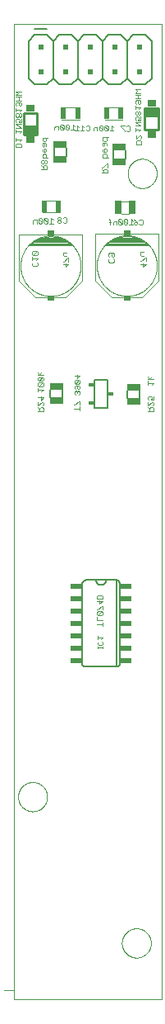
<source format=gbo>
G75*
%MOIN*%
%OFA0B0*%
%FSLAX25Y25*%
%IPPOS*%
%LPD*%
%AMOC8*
5,1,8,0,0,1.08239X$1,22.5*
%
%ADD10C,0.00000*%
%ADD11C,0.00400*%
%ADD12R,0.02756X0.02362*%
%ADD13C,0.00200*%
%ADD14R,0.01969X0.05118*%
%ADD15R,0.02953X0.05709*%
%ADD16C,0.01000*%
%ADD17R,0.03346X0.02953*%
%ADD18R,0.05315X0.03543*%
%ADD19C,0.00600*%
%ADD20R,0.04500X0.02000*%
%ADD21C,0.00300*%
%ADD22C,0.00800*%
%ADD23R,0.02000X0.02000*%
%ADD24R,0.05512X0.02559*%
%ADD25C,0.00500*%
%ADD26R,0.02300X0.01800*%
D10*
X0065737Y0017548D02*
X0069674Y0017548D01*
X0069713Y0013611D02*
X0069713Y0407312D01*
X0129713Y0407312D01*
X0129713Y0013611D01*
X0069713Y0013611D01*
X0071485Y0095501D02*
X0071487Y0095654D01*
X0071493Y0095808D01*
X0071503Y0095961D01*
X0071517Y0096113D01*
X0071535Y0096266D01*
X0071557Y0096417D01*
X0071582Y0096568D01*
X0071612Y0096719D01*
X0071646Y0096869D01*
X0071683Y0097017D01*
X0071724Y0097165D01*
X0071769Y0097311D01*
X0071818Y0097457D01*
X0071871Y0097601D01*
X0071927Y0097743D01*
X0071987Y0097884D01*
X0072051Y0098024D01*
X0072118Y0098162D01*
X0072189Y0098298D01*
X0072264Y0098432D01*
X0072341Y0098564D01*
X0072423Y0098694D01*
X0072507Y0098822D01*
X0072595Y0098948D01*
X0072686Y0099071D01*
X0072780Y0099192D01*
X0072878Y0099310D01*
X0072978Y0099426D01*
X0073082Y0099539D01*
X0073188Y0099650D01*
X0073297Y0099758D01*
X0073409Y0099863D01*
X0073523Y0099964D01*
X0073641Y0100063D01*
X0073760Y0100159D01*
X0073882Y0100252D01*
X0074007Y0100341D01*
X0074134Y0100428D01*
X0074263Y0100510D01*
X0074394Y0100590D01*
X0074527Y0100666D01*
X0074662Y0100739D01*
X0074799Y0100808D01*
X0074938Y0100873D01*
X0075078Y0100935D01*
X0075220Y0100993D01*
X0075363Y0101048D01*
X0075508Y0101099D01*
X0075654Y0101146D01*
X0075801Y0101189D01*
X0075949Y0101228D01*
X0076098Y0101264D01*
X0076248Y0101295D01*
X0076399Y0101323D01*
X0076550Y0101347D01*
X0076703Y0101367D01*
X0076855Y0101383D01*
X0077008Y0101395D01*
X0077161Y0101403D01*
X0077314Y0101407D01*
X0077468Y0101407D01*
X0077621Y0101403D01*
X0077774Y0101395D01*
X0077927Y0101383D01*
X0078079Y0101367D01*
X0078232Y0101347D01*
X0078383Y0101323D01*
X0078534Y0101295D01*
X0078684Y0101264D01*
X0078833Y0101228D01*
X0078981Y0101189D01*
X0079128Y0101146D01*
X0079274Y0101099D01*
X0079419Y0101048D01*
X0079562Y0100993D01*
X0079704Y0100935D01*
X0079844Y0100873D01*
X0079983Y0100808D01*
X0080120Y0100739D01*
X0080255Y0100666D01*
X0080388Y0100590D01*
X0080519Y0100510D01*
X0080648Y0100428D01*
X0080775Y0100341D01*
X0080900Y0100252D01*
X0081022Y0100159D01*
X0081141Y0100063D01*
X0081259Y0099964D01*
X0081373Y0099863D01*
X0081485Y0099758D01*
X0081594Y0099650D01*
X0081700Y0099539D01*
X0081804Y0099426D01*
X0081904Y0099310D01*
X0082002Y0099192D01*
X0082096Y0099071D01*
X0082187Y0098948D01*
X0082275Y0098822D01*
X0082359Y0098694D01*
X0082441Y0098564D01*
X0082518Y0098432D01*
X0082593Y0098298D01*
X0082664Y0098162D01*
X0082731Y0098024D01*
X0082795Y0097884D01*
X0082855Y0097743D01*
X0082911Y0097601D01*
X0082964Y0097457D01*
X0083013Y0097311D01*
X0083058Y0097165D01*
X0083099Y0097017D01*
X0083136Y0096869D01*
X0083170Y0096719D01*
X0083200Y0096568D01*
X0083225Y0096417D01*
X0083247Y0096266D01*
X0083265Y0096113D01*
X0083279Y0095961D01*
X0083289Y0095808D01*
X0083295Y0095654D01*
X0083297Y0095501D01*
X0083295Y0095348D01*
X0083289Y0095194D01*
X0083279Y0095041D01*
X0083265Y0094889D01*
X0083247Y0094736D01*
X0083225Y0094585D01*
X0083200Y0094434D01*
X0083170Y0094283D01*
X0083136Y0094133D01*
X0083099Y0093985D01*
X0083058Y0093837D01*
X0083013Y0093691D01*
X0082964Y0093545D01*
X0082911Y0093401D01*
X0082855Y0093259D01*
X0082795Y0093118D01*
X0082731Y0092978D01*
X0082664Y0092840D01*
X0082593Y0092704D01*
X0082518Y0092570D01*
X0082441Y0092438D01*
X0082359Y0092308D01*
X0082275Y0092180D01*
X0082187Y0092054D01*
X0082096Y0091931D01*
X0082002Y0091810D01*
X0081904Y0091692D01*
X0081804Y0091576D01*
X0081700Y0091463D01*
X0081594Y0091352D01*
X0081485Y0091244D01*
X0081373Y0091139D01*
X0081259Y0091038D01*
X0081141Y0090939D01*
X0081022Y0090843D01*
X0080900Y0090750D01*
X0080775Y0090661D01*
X0080648Y0090574D01*
X0080519Y0090492D01*
X0080388Y0090412D01*
X0080255Y0090336D01*
X0080120Y0090263D01*
X0079983Y0090194D01*
X0079844Y0090129D01*
X0079704Y0090067D01*
X0079562Y0090009D01*
X0079419Y0089954D01*
X0079274Y0089903D01*
X0079128Y0089856D01*
X0078981Y0089813D01*
X0078833Y0089774D01*
X0078684Y0089738D01*
X0078534Y0089707D01*
X0078383Y0089679D01*
X0078232Y0089655D01*
X0078079Y0089635D01*
X0077927Y0089619D01*
X0077774Y0089607D01*
X0077621Y0089599D01*
X0077468Y0089595D01*
X0077314Y0089595D01*
X0077161Y0089599D01*
X0077008Y0089607D01*
X0076855Y0089619D01*
X0076703Y0089635D01*
X0076550Y0089655D01*
X0076399Y0089679D01*
X0076248Y0089707D01*
X0076098Y0089738D01*
X0075949Y0089774D01*
X0075801Y0089813D01*
X0075654Y0089856D01*
X0075508Y0089903D01*
X0075363Y0089954D01*
X0075220Y0090009D01*
X0075078Y0090067D01*
X0074938Y0090129D01*
X0074799Y0090194D01*
X0074662Y0090263D01*
X0074527Y0090336D01*
X0074394Y0090412D01*
X0074263Y0090492D01*
X0074134Y0090574D01*
X0074007Y0090661D01*
X0073882Y0090750D01*
X0073760Y0090843D01*
X0073641Y0090939D01*
X0073523Y0091038D01*
X0073409Y0091139D01*
X0073297Y0091244D01*
X0073188Y0091352D01*
X0073082Y0091463D01*
X0072978Y0091576D01*
X0072878Y0091692D01*
X0072780Y0091810D01*
X0072686Y0091931D01*
X0072595Y0092054D01*
X0072507Y0092180D01*
X0072423Y0092308D01*
X0072341Y0092438D01*
X0072264Y0092570D01*
X0072189Y0092704D01*
X0072118Y0092840D01*
X0072051Y0092978D01*
X0071987Y0093118D01*
X0071927Y0093259D01*
X0071871Y0093401D01*
X0071818Y0093545D01*
X0071769Y0093691D01*
X0071724Y0093837D01*
X0071683Y0093985D01*
X0071646Y0094133D01*
X0071612Y0094283D01*
X0071582Y0094434D01*
X0071557Y0094585D01*
X0071535Y0094736D01*
X0071517Y0094889D01*
X0071503Y0095041D01*
X0071493Y0095194D01*
X0071487Y0095348D01*
X0071485Y0095501D01*
X0113611Y0036446D02*
X0113613Y0036599D01*
X0113619Y0036753D01*
X0113629Y0036906D01*
X0113643Y0037058D01*
X0113661Y0037211D01*
X0113683Y0037362D01*
X0113708Y0037513D01*
X0113738Y0037664D01*
X0113772Y0037814D01*
X0113809Y0037962D01*
X0113850Y0038110D01*
X0113895Y0038256D01*
X0113944Y0038402D01*
X0113997Y0038546D01*
X0114053Y0038688D01*
X0114113Y0038829D01*
X0114177Y0038969D01*
X0114244Y0039107D01*
X0114315Y0039243D01*
X0114390Y0039377D01*
X0114467Y0039509D01*
X0114549Y0039639D01*
X0114633Y0039767D01*
X0114721Y0039893D01*
X0114812Y0040016D01*
X0114906Y0040137D01*
X0115004Y0040255D01*
X0115104Y0040371D01*
X0115208Y0040484D01*
X0115314Y0040595D01*
X0115423Y0040703D01*
X0115535Y0040808D01*
X0115649Y0040909D01*
X0115767Y0041008D01*
X0115886Y0041104D01*
X0116008Y0041197D01*
X0116133Y0041286D01*
X0116260Y0041373D01*
X0116389Y0041455D01*
X0116520Y0041535D01*
X0116653Y0041611D01*
X0116788Y0041684D01*
X0116925Y0041753D01*
X0117064Y0041818D01*
X0117204Y0041880D01*
X0117346Y0041938D01*
X0117489Y0041993D01*
X0117634Y0042044D01*
X0117780Y0042091D01*
X0117927Y0042134D01*
X0118075Y0042173D01*
X0118224Y0042209D01*
X0118374Y0042240D01*
X0118525Y0042268D01*
X0118676Y0042292D01*
X0118829Y0042312D01*
X0118981Y0042328D01*
X0119134Y0042340D01*
X0119287Y0042348D01*
X0119440Y0042352D01*
X0119594Y0042352D01*
X0119747Y0042348D01*
X0119900Y0042340D01*
X0120053Y0042328D01*
X0120205Y0042312D01*
X0120358Y0042292D01*
X0120509Y0042268D01*
X0120660Y0042240D01*
X0120810Y0042209D01*
X0120959Y0042173D01*
X0121107Y0042134D01*
X0121254Y0042091D01*
X0121400Y0042044D01*
X0121545Y0041993D01*
X0121688Y0041938D01*
X0121830Y0041880D01*
X0121970Y0041818D01*
X0122109Y0041753D01*
X0122246Y0041684D01*
X0122381Y0041611D01*
X0122514Y0041535D01*
X0122645Y0041455D01*
X0122774Y0041373D01*
X0122901Y0041286D01*
X0123026Y0041197D01*
X0123148Y0041104D01*
X0123267Y0041008D01*
X0123385Y0040909D01*
X0123499Y0040808D01*
X0123611Y0040703D01*
X0123720Y0040595D01*
X0123826Y0040484D01*
X0123930Y0040371D01*
X0124030Y0040255D01*
X0124128Y0040137D01*
X0124222Y0040016D01*
X0124313Y0039893D01*
X0124401Y0039767D01*
X0124485Y0039639D01*
X0124567Y0039509D01*
X0124644Y0039377D01*
X0124719Y0039243D01*
X0124790Y0039107D01*
X0124857Y0038969D01*
X0124921Y0038829D01*
X0124981Y0038688D01*
X0125037Y0038546D01*
X0125090Y0038402D01*
X0125139Y0038256D01*
X0125184Y0038110D01*
X0125225Y0037962D01*
X0125262Y0037814D01*
X0125296Y0037664D01*
X0125326Y0037513D01*
X0125351Y0037362D01*
X0125373Y0037211D01*
X0125391Y0037058D01*
X0125405Y0036906D01*
X0125415Y0036753D01*
X0125421Y0036599D01*
X0125423Y0036446D01*
X0125421Y0036293D01*
X0125415Y0036139D01*
X0125405Y0035986D01*
X0125391Y0035834D01*
X0125373Y0035681D01*
X0125351Y0035530D01*
X0125326Y0035379D01*
X0125296Y0035228D01*
X0125262Y0035078D01*
X0125225Y0034930D01*
X0125184Y0034782D01*
X0125139Y0034636D01*
X0125090Y0034490D01*
X0125037Y0034346D01*
X0124981Y0034204D01*
X0124921Y0034063D01*
X0124857Y0033923D01*
X0124790Y0033785D01*
X0124719Y0033649D01*
X0124644Y0033515D01*
X0124567Y0033383D01*
X0124485Y0033253D01*
X0124401Y0033125D01*
X0124313Y0032999D01*
X0124222Y0032876D01*
X0124128Y0032755D01*
X0124030Y0032637D01*
X0123930Y0032521D01*
X0123826Y0032408D01*
X0123720Y0032297D01*
X0123611Y0032189D01*
X0123499Y0032084D01*
X0123385Y0031983D01*
X0123267Y0031884D01*
X0123148Y0031788D01*
X0123026Y0031695D01*
X0122901Y0031606D01*
X0122774Y0031519D01*
X0122645Y0031437D01*
X0122514Y0031357D01*
X0122381Y0031281D01*
X0122246Y0031208D01*
X0122109Y0031139D01*
X0121970Y0031074D01*
X0121830Y0031012D01*
X0121688Y0030954D01*
X0121545Y0030899D01*
X0121400Y0030848D01*
X0121254Y0030801D01*
X0121107Y0030758D01*
X0120959Y0030719D01*
X0120810Y0030683D01*
X0120660Y0030652D01*
X0120509Y0030624D01*
X0120358Y0030600D01*
X0120205Y0030580D01*
X0120053Y0030564D01*
X0119900Y0030552D01*
X0119747Y0030544D01*
X0119594Y0030540D01*
X0119440Y0030540D01*
X0119287Y0030544D01*
X0119134Y0030552D01*
X0118981Y0030564D01*
X0118829Y0030580D01*
X0118676Y0030600D01*
X0118525Y0030624D01*
X0118374Y0030652D01*
X0118224Y0030683D01*
X0118075Y0030719D01*
X0117927Y0030758D01*
X0117780Y0030801D01*
X0117634Y0030848D01*
X0117489Y0030899D01*
X0117346Y0030954D01*
X0117204Y0031012D01*
X0117064Y0031074D01*
X0116925Y0031139D01*
X0116788Y0031208D01*
X0116653Y0031281D01*
X0116520Y0031357D01*
X0116389Y0031437D01*
X0116260Y0031519D01*
X0116133Y0031606D01*
X0116008Y0031695D01*
X0115886Y0031788D01*
X0115767Y0031884D01*
X0115649Y0031983D01*
X0115535Y0032084D01*
X0115423Y0032189D01*
X0115314Y0032297D01*
X0115208Y0032408D01*
X0115104Y0032521D01*
X0115004Y0032637D01*
X0114906Y0032755D01*
X0114812Y0032876D01*
X0114721Y0032999D01*
X0114633Y0033125D01*
X0114549Y0033253D01*
X0114467Y0033383D01*
X0114390Y0033515D01*
X0114315Y0033649D01*
X0114244Y0033785D01*
X0114177Y0033923D01*
X0114113Y0034063D01*
X0114053Y0034204D01*
X0113997Y0034346D01*
X0113944Y0034490D01*
X0113895Y0034636D01*
X0113850Y0034782D01*
X0113809Y0034930D01*
X0113772Y0035078D01*
X0113738Y0035228D01*
X0113708Y0035379D01*
X0113683Y0035530D01*
X0113661Y0035681D01*
X0113643Y0035834D01*
X0113629Y0035986D01*
X0113619Y0036139D01*
X0113613Y0036293D01*
X0113611Y0036446D01*
X0115973Y0347076D02*
X0115975Y0347229D01*
X0115981Y0347383D01*
X0115991Y0347536D01*
X0116005Y0347688D01*
X0116023Y0347841D01*
X0116045Y0347992D01*
X0116070Y0348143D01*
X0116100Y0348294D01*
X0116134Y0348444D01*
X0116171Y0348592D01*
X0116212Y0348740D01*
X0116257Y0348886D01*
X0116306Y0349032D01*
X0116359Y0349176D01*
X0116415Y0349318D01*
X0116475Y0349459D01*
X0116539Y0349599D01*
X0116606Y0349737D01*
X0116677Y0349873D01*
X0116752Y0350007D01*
X0116829Y0350139D01*
X0116911Y0350269D01*
X0116995Y0350397D01*
X0117083Y0350523D01*
X0117174Y0350646D01*
X0117268Y0350767D01*
X0117366Y0350885D01*
X0117466Y0351001D01*
X0117570Y0351114D01*
X0117676Y0351225D01*
X0117785Y0351333D01*
X0117897Y0351438D01*
X0118011Y0351539D01*
X0118129Y0351638D01*
X0118248Y0351734D01*
X0118370Y0351827D01*
X0118495Y0351916D01*
X0118622Y0352003D01*
X0118751Y0352085D01*
X0118882Y0352165D01*
X0119015Y0352241D01*
X0119150Y0352314D01*
X0119287Y0352383D01*
X0119426Y0352448D01*
X0119566Y0352510D01*
X0119708Y0352568D01*
X0119851Y0352623D01*
X0119996Y0352674D01*
X0120142Y0352721D01*
X0120289Y0352764D01*
X0120437Y0352803D01*
X0120586Y0352839D01*
X0120736Y0352870D01*
X0120887Y0352898D01*
X0121038Y0352922D01*
X0121191Y0352942D01*
X0121343Y0352958D01*
X0121496Y0352970D01*
X0121649Y0352978D01*
X0121802Y0352982D01*
X0121956Y0352982D01*
X0122109Y0352978D01*
X0122262Y0352970D01*
X0122415Y0352958D01*
X0122567Y0352942D01*
X0122720Y0352922D01*
X0122871Y0352898D01*
X0123022Y0352870D01*
X0123172Y0352839D01*
X0123321Y0352803D01*
X0123469Y0352764D01*
X0123616Y0352721D01*
X0123762Y0352674D01*
X0123907Y0352623D01*
X0124050Y0352568D01*
X0124192Y0352510D01*
X0124332Y0352448D01*
X0124471Y0352383D01*
X0124608Y0352314D01*
X0124743Y0352241D01*
X0124876Y0352165D01*
X0125007Y0352085D01*
X0125136Y0352003D01*
X0125263Y0351916D01*
X0125388Y0351827D01*
X0125510Y0351734D01*
X0125629Y0351638D01*
X0125747Y0351539D01*
X0125861Y0351438D01*
X0125973Y0351333D01*
X0126082Y0351225D01*
X0126188Y0351114D01*
X0126292Y0351001D01*
X0126392Y0350885D01*
X0126490Y0350767D01*
X0126584Y0350646D01*
X0126675Y0350523D01*
X0126763Y0350397D01*
X0126847Y0350269D01*
X0126929Y0350139D01*
X0127006Y0350007D01*
X0127081Y0349873D01*
X0127152Y0349737D01*
X0127219Y0349599D01*
X0127283Y0349459D01*
X0127343Y0349318D01*
X0127399Y0349176D01*
X0127452Y0349032D01*
X0127501Y0348886D01*
X0127546Y0348740D01*
X0127587Y0348592D01*
X0127624Y0348444D01*
X0127658Y0348294D01*
X0127688Y0348143D01*
X0127713Y0347992D01*
X0127735Y0347841D01*
X0127753Y0347688D01*
X0127767Y0347536D01*
X0127777Y0347383D01*
X0127783Y0347229D01*
X0127785Y0347076D01*
X0127783Y0346923D01*
X0127777Y0346769D01*
X0127767Y0346616D01*
X0127753Y0346464D01*
X0127735Y0346311D01*
X0127713Y0346160D01*
X0127688Y0346009D01*
X0127658Y0345858D01*
X0127624Y0345708D01*
X0127587Y0345560D01*
X0127546Y0345412D01*
X0127501Y0345266D01*
X0127452Y0345120D01*
X0127399Y0344976D01*
X0127343Y0344834D01*
X0127283Y0344693D01*
X0127219Y0344553D01*
X0127152Y0344415D01*
X0127081Y0344279D01*
X0127006Y0344145D01*
X0126929Y0344013D01*
X0126847Y0343883D01*
X0126763Y0343755D01*
X0126675Y0343629D01*
X0126584Y0343506D01*
X0126490Y0343385D01*
X0126392Y0343267D01*
X0126292Y0343151D01*
X0126188Y0343038D01*
X0126082Y0342927D01*
X0125973Y0342819D01*
X0125861Y0342714D01*
X0125747Y0342613D01*
X0125629Y0342514D01*
X0125510Y0342418D01*
X0125388Y0342325D01*
X0125263Y0342236D01*
X0125136Y0342149D01*
X0125007Y0342067D01*
X0124876Y0341987D01*
X0124743Y0341911D01*
X0124608Y0341838D01*
X0124471Y0341769D01*
X0124332Y0341704D01*
X0124192Y0341642D01*
X0124050Y0341584D01*
X0123907Y0341529D01*
X0123762Y0341478D01*
X0123616Y0341431D01*
X0123469Y0341388D01*
X0123321Y0341349D01*
X0123172Y0341313D01*
X0123022Y0341282D01*
X0122871Y0341254D01*
X0122720Y0341230D01*
X0122567Y0341210D01*
X0122415Y0341194D01*
X0122262Y0341182D01*
X0122109Y0341174D01*
X0121956Y0341170D01*
X0121802Y0341170D01*
X0121649Y0341174D01*
X0121496Y0341182D01*
X0121343Y0341194D01*
X0121191Y0341210D01*
X0121038Y0341230D01*
X0120887Y0341254D01*
X0120736Y0341282D01*
X0120586Y0341313D01*
X0120437Y0341349D01*
X0120289Y0341388D01*
X0120142Y0341431D01*
X0119996Y0341478D01*
X0119851Y0341529D01*
X0119708Y0341584D01*
X0119566Y0341642D01*
X0119426Y0341704D01*
X0119287Y0341769D01*
X0119150Y0341838D01*
X0119015Y0341911D01*
X0118882Y0341987D01*
X0118751Y0342067D01*
X0118622Y0342149D01*
X0118495Y0342236D01*
X0118370Y0342325D01*
X0118248Y0342418D01*
X0118129Y0342514D01*
X0118011Y0342613D01*
X0117897Y0342714D01*
X0117785Y0342819D01*
X0117676Y0342927D01*
X0117570Y0343038D01*
X0117466Y0343151D01*
X0117366Y0343267D01*
X0117268Y0343385D01*
X0117174Y0343506D01*
X0117083Y0343629D01*
X0116995Y0343755D01*
X0116911Y0343883D01*
X0116829Y0344013D01*
X0116752Y0344145D01*
X0116677Y0344279D01*
X0116606Y0344415D01*
X0116539Y0344553D01*
X0116475Y0344693D01*
X0116415Y0344834D01*
X0116359Y0344976D01*
X0116306Y0345120D01*
X0116257Y0345266D01*
X0116212Y0345412D01*
X0116171Y0345560D01*
X0116134Y0345708D01*
X0116100Y0345858D01*
X0116070Y0346009D01*
X0116045Y0346160D01*
X0116023Y0346311D01*
X0116005Y0346464D01*
X0115991Y0346616D01*
X0115981Y0346769D01*
X0115975Y0346923D01*
X0115973Y0347076D01*
D11*
X0116331Y0335894D02*
X0113430Y0335894D01*
X0113331Y0330698D02*
X0116331Y0330698D01*
X0119398Y0322666D02*
X0128454Y0322666D01*
X0128454Y0303769D01*
X0121761Y0297076D01*
X0119398Y0297076D01*
X0121761Y0297076D02*
X0128454Y0303769D01*
X0128454Y0322666D01*
X0102863Y0322666D01*
X0102863Y0303769D01*
X0109556Y0297076D01*
X0111918Y0297076D01*
X0109556Y0297076D02*
X0121761Y0297076D01*
X0103453Y0309871D02*
X0103457Y0310171D01*
X0103468Y0310470D01*
X0103486Y0310769D01*
X0103512Y0311067D01*
X0103545Y0311365D01*
X0103585Y0311662D01*
X0103633Y0311958D01*
X0103688Y0312252D01*
X0103750Y0312545D01*
X0103819Y0312837D01*
X0103895Y0313126D01*
X0103979Y0313414D01*
X0104069Y0313699D01*
X0104166Y0313983D01*
X0104271Y0314264D01*
X0104382Y0314542D01*
X0104500Y0314817D01*
X0104625Y0315089D01*
X0104756Y0315359D01*
X0104894Y0315624D01*
X0105039Y0315887D01*
X0105189Y0316146D01*
X0105347Y0316401D01*
X0105510Y0316652D01*
X0105679Y0316899D01*
X0105855Y0317142D01*
X0106036Y0317380D01*
X0106223Y0317614D01*
X0106416Y0317843D01*
X0106615Y0318067D01*
X0106819Y0318287D01*
X0107028Y0318501D01*
X0107242Y0318710D01*
X0107462Y0318914D01*
X0107686Y0319113D01*
X0107915Y0319306D01*
X0108149Y0319493D01*
X0108387Y0319674D01*
X0108630Y0319850D01*
X0108877Y0320019D01*
X0109128Y0320182D01*
X0109383Y0320340D01*
X0109642Y0320490D01*
X0109905Y0320635D01*
X0110170Y0320773D01*
X0110440Y0320904D01*
X0110712Y0321029D01*
X0110987Y0321147D01*
X0111265Y0321258D01*
X0111546Y0321363D01*
X0111830Y0321460D01*
X0112115Y0321550D01*
X0112403Y0321634D01*
X0112692Y0321710D01*
X0112984Y0321779D01*
X0113277Y0321841D01*
X0113571Y0321896D01*
X0113867Y0321944D01*
X0114164Y0321984D01*
X0114462Y0322017D01*
X0114760Y0322043D01*
X0115059Y0322061D01*
X0115358Y0322072D01*
X0115658Y0322076D01*
X0115958Y0322072D01*
X0116257Y0322061D01*
X0116556Y0322043D01*
X0116854Y0322017D01*
X0117152Y0321984D01*
X0117449Y0321944D01*
X0117745Y0321896D01*
X0118039Y0321841D01*
X0118332Y0321779D01*
X0118624Y0321710D01*
X0118913Y0321634D01*
X0119201Y0321550D01*
X0119486Y0321460D01*
X0119770Y0321363D01*
X0120051Y0321258D01*
X0120329Y0321147D01*
X0120604Y0321029D01*
X0120876Y0320904D01*
X0121146Y0320773D01*
X0121411Y0320635D01*
X0121674Y0320490D01*
X0121933Y0320340D01*
X0122188Y0320182D01*
X0122439Y0320019D01*
X0122686Y0319850D01*
X0122929Y0319674D01*
X0123167Y0319493D01*
X0123401Y0319306D01*
X0123630Y0319113D01*
X0123854Y0318914D01*
X0124074Y0318710D01*
X0124288Y0318501D01*
X0124497Y0318287D01*
X0124701Y0318067D01*
X0124900Y0317843D01*
X0125093Y0317614D01*
X0125280Y0317380D01*
X0125461Y0317142D01*
X0125637Y0316899D01*
X0125806Y0316652D01*
X0125969Y0316401D01*
X0126127Y0316146D01*
X0126277Y0315887D01*
X0126422Y0315624D01*
X0126560Y0315359D01*
X0126691Y0315089D01*
X0126816Y0314817D01*
X0126934Y0314542D01*
X0127045Y0314264D01*
X0127150Y0313983D01*
X0127247Y0313699D01*
X0127337Y0313414D01*
X0127421Y0313126D01*
X0127497Y0312837D01*
X0127566Y0312545D01*
X0127628Y0312252D01*
X0127683Y0311958D01*
X0127731Y0311662D01*
X0127771Y0311365D01*
X0127804Y0311067D01*
X0127830Y0310769D01*
X0127848Y0310470D01*
X0127859Y0310171D01*
X0127863Y0309871D01*
X0127859Y0309571D01*
X0127848Y0309272D01*
X0127830Y0308973D01*
X0127804Y0308675D01*
X0127771Y0308377D01*
X0127731Y0308080D01*
X0127683Y0307784D01*
X0127628Y0307490D01*
X0127566Y0307197D01*
X0127497Y0306905D01*
X0127421Y0306616D01*
X0127337Y0306328D01*
X0127247Y0306043D01*
X0127150Y0305759D01*
X0127045Y0305478D01*
X0126934Y0305200D01*
X0126816Y0304925D01*
X0126691Y0304653D01*
X0126560Y0304383D01*
X0126422Y0304118D01*
X0126277Y0303855D01*
X0126127Y0303596D01*
X0125969Y0303341D01*
X0125806Y0303090D01*
X0125637Y0302843D01*
X0125461Y0302600D01*
X0125280Y0302362D01*
X0125093Y0302128D01*
X0124900Y0301899D01*
X0124701Y0301675D01*
X0124497Y0301455D01*
X0124288Y0301241D01*
X0124074Y0301032D01*
X0123854Y0300828D01*
X0123630Y0300629D01*
X0123401Y0300436D01*
X0123167Y0300249D01*
X0122929Y0300068D01*
X0122686Y0299892D01*
X0122439Y0299723D01*
X0122188Y0299560D01*
X0121933Y0299402D01*
X0121674Y0299252D01*
X0121411Y0299107D01*
X0121146Y0298969D01*
X0120876Y0298838D01*
X0120604Y0298713D01*
X0120329Y0298595D01*
X0120051Y0298484D01*
X0119770Y0298379D01*
X0119486Y0298282D01*
X0119201Y0298192D01*
X0118913Y0298108D01*
X0118624Y0298032D01*
X0118332Y0297963D01*
X0118039Y0297901D01*
X0117745Y0297846D01*
X0117449Y0297798D01*
X0117152Y0297758D01*
X0116854Y0297725D01*
X0116556Y0297699D01*
X0116257Y0297681D01*
X0115958Y0297670D01*
X0115658Y0297666D01*
X0115358Y0297670D01*
X0115059Y0297681D01*
X0114760Y0297699D01*
X0114462Y0297725D01*
X0114164Y0297758D01*
X0113867Y0297798D01*
X0113571Y0297846D01*
X0113277Y0297901D01*
X0112984Y0297963D01*
X0112692Y0298032D01*
X0112403Y0298108D01*
X0112115Y0298192D01*
X0111830Y0298282D01*
X0111546Y0298379D01*
X0111265Y0298484D01*
X0110987Y0298595D01*
X0110712Y0298713D01*
X0110440Y0298838D01*
X0110170Y0298969D01*
X0109905Y0299107D01*
X0109642Y0299252D01*
X0109383Y0299402D01*
X0109128Y0299560D01*
X0108877Y0299723D01*
X0108630Y0299892D01*
X0108387Y0300068D01*
X0108149Y0300249D01*
X0107915Y0300436D01*
X0107686Y0300629D01*
X0107462Y0300828D01*
X0107242Y0301032D01*
X0107028Y0301241D01*
X0106819Y0301455D01*
X0106615Y0301675D01*
X0106416Y0301899D01*
X0106223Y0302128D01*
X0106036Y0302362D01*
X0105855Y0302600D01*
X0105679Y0302843D01*
X0105510Y0303090D01*
X0105347Y0303341D01*
X0105189Y0303596D01*
X0105039Y0303855D01*
X0104894Y0304118D01*
X0104756Y0304383D01*
X0104625Y0304653D01*
X0104500Y0304925D01*
X0104382Y0305200D01*
X0104271Y0305478D01*
X0104166Y0305759D01*
X0104069Y0306043D01*
X0103979Y0306328D01*
X0103895Y0306616D01*
X0103819Y0306905D01*
X0103750Y0307197D01*
X0103688Y0307490D01*
X0103633Y0307784D01*
X0103585Y0308080D01*
X0103545Y0308377D01*
X0103512Y0308675D01*
X0103486Y0308973D01*
X0103468Y0309272D01*
X0103457Y0309571D01*
X0103453Y0309871D01*
X0102863Y0303769D02*
X0109556Y0297076D01*
X0119398Y0298256D02*
X0119681Y0298351D01*
X0119962Y0298453D01*
X0120239Y0298562D01*
X0120515Y0298677D01*
X0120787Y0298799D01*
X0121056Y0298928D01*
X0121322Y0299063D01*
X0121584Y0299205D01*
X0121843Y0299353D01*
X0122099Y0299507D01*
X0122350Y0299668D01*
X0122598Y0299835D01*
X0122841Y0300007D01*
X0123080Y0300186D01*
X0123315Y0300370D01*
X0123545Y0300560D01*
X0123770Y0300756D01*
X0123990Y0300957D01*
X0124206Y0301163D01*
X0124416Y0301375D01*
X0124621Y0301591D01*
X0124821Y0301813D01*
X0125015Y0302040D01*
X0125204Y0302271D01*
X0125387Y0302506D01*
X0125564Y0302746D01*
X0125735Y0302991D01*
X0125900Y0303239D01*
X0126059Y0303492D01*
X0126212Y0303748D01*
X0126359Y0304008D01*
X0126499Y0304271D01*
X0126633Y0304538D01*
X0126760Y0304808D01*
X0126880Y0305081D01*
X0126994Y0305356D01*
X0127101Y0305635D01*
X0127201Y0305916D01*
X0127294Y0306199D01*
X0127381Y0306485D01*
X0127460Y0306773D01*
X0127532Y0307062D01*
X0127597Y0307353D01*
X0127655Y0307646D01*
X0127706Y0307940D01*
X0127750Y0308235D01*
X0127786Y0308531D01*
X0127815Y0308828D01*
X0127837Y0309126D01*
X0127852Y0309424D01*
X0127859Y0309722D01*
X0127859Y0310020D01*
X0127852Y0310318D01*
X0127837Y0310616D01*
X0127815Y0310914D01*
X0127786Y0311211D01*
X0127750Y0311507D01*
X0127706Y0311802D01*
X0127655Y0312096D01*
X0127597Y0312389D01*
X0127532Y0312680D01*
X0127460Y0312969D01*
X0127381Y0313257D01*
X0127294Y0313543D01*
X0127201Y0313826D01*
X0127101Y0314107D01*
X0126994Y0314386D01*
X0126880Y0314661D01*
X0126760Y0314934D01*
X0126633Y0315204D01*
X0126499Y0315471D01*
X0126359Y0315734D01*
X0126212Y0315994D01*
X0126059Y0316250D01*
X0125900Y0316503D01*
X0125735Y0316751D01*
X0125564Y0316996D01*
X0125387Y0317236D01*
X0125204Y0317471D01*
X0125015Y0317702D01*
X0124821Y0317929D01*
X0124621Y0318151D01*
X0124416Y0318367D01*
X0124206Y0318579D01*
X0123990Y0318785D01*
X0123770Y0318986D01*
X0123545Y0319182D01*
X0123315Y0319372D01*
X0123080Y0319556D01*
X0122841Y0319735D01*
X0122598Y0319907D01*
X0122350Y0320074D01*
X0122099Y0320235D01*
X0121843Y0320389D01*
X0121584Y0320537D01*
X0121322Y0320679D01*
X0121056Y0320814D01*
X0120787Y0320943D01*
X0120515Y0321065D01*
X0120239Y0321180D01*
X0119962Y0321289D01*
X0119681Y0321391D01*
X0119398Y0321486D01*
X0119398Y0321288D02*
X0122154Y0319910D01*
X0124123Y0318335D01*
X0107391Y0318335D01*
X0107194Y0318335D01*
X0109359Y0320107D01*
X0112115Y0321288D01*
X0115658Y0321879D01*
X0119398Y0321288D01*
X0119451Y0321262D02*
X0112053Y0321262D01*
X0111123Y0320863D02*
X0120248Y0320863D01*
X0121045Y0320465D02*
X0110194Y0320465D01*
X0109309Y0320066D02*
X0121842Y0320066D01*
X0122457Y0319668D02*
X0108822Y0319668D01*
X0108335Y0319269D02*
X0122956Y0319269D01*
X0123454Y0318871D02*
X0107848Y0318871D01*
X0107361Y0318472D02*
X0123952Y0318472D01*
X0124320Y0318139D02*
X0106800Y0318139D01*
X0102863Y0322666D02*
X0102863Y0303769D01*
X0097469Y0303690D02*
X0097469Y0322587D01*
X0088414Y0322587D01*
X0088083Y0321262D02*
X0081445Y0321262D01*
X0081131Y0321209D02*
X0084674Y0321800D01*
X0088414Y0321209D01*
X0091170Y0319831D01*
X0093139Y0318257D01*
X0076406Y0318257D01*
X0076209Y0318257D01*
X0078375Y0320028D01*
X0081131Y0321209D01*
X0080323Y0320863D02*
X0089107Y0320863D01*
X0089904Y0320465D02*
X0079393Y0320465D01*
X0078463Y0320066D02*
X0090701Y0320066D01*
X0091375Y0319668D02*
X0077934Y0319668D01*
X0077447Y0319269D02*
X0091873Y0319269D01*
X0092371Y0318871D02*
X0076960Y0318871D01*
X0076473Y0318472D02*
X0092869Y0318472D01*
X0093335Y0318060D02*
X0075816Y0318060D01*
X0071879Y0322587D02*
X0071879Y0303690D01*
X0078572Y0296997D01*
X0080934Y0296997D01*
X0078572Y0296997D02*
X0090776Y0296997D01*
X0097469Y0303690D01*
X0097469Y0322587D01*
X0071879Y0322587D01*
X0080934Y0322587D01*
X0083836Y0321660D02*
X0085559Y0321660D01*
X0088591Y0331524D02*
X0081308Y0331524D01*
X0081308Y0336249D02*
X0088591Y0336249D01*
X0072469Y0309792D02*
X0072473Y0310092D01*
X0072484Y0310391D01*
X0072502Y0310690D01*
X0072528Y0310988D01*
X0072561Y0311286D01*
X0072601Y0311583D01*
X0072649Y0311879D01*
X0072704Y0312173D01*
X0072766Y0312466D01*
X0072835Y0312758D01*
X0072911Y0313047D01*
X0072995Y0313335D01*
X0073085Y0313620D01*
X0073182Y0313904D01*
X0073287Y0314185D01*
X0073398Y0314463D01*
X0073516Y0314738D01*
X0073641Y0315010D01*
X0073772Y0315280D01*
X0073910Y0315545D01*
X0074055Y0315808D01*
X0074205Y0316067D01*
X0074363Y0316322D01*
X0074526Y0316573D01*
X0074695Y0316820D01*
X0074871Y0317063D01*
X0075052Y0317301D01*
X0075239Y0317535D01*
X0075432Y0317764D01*
X0075631Y0317988D01*
X0075835Y0318208D01*
X0076044Y0318422D01*
X0076258Y0318631D01*
X0076478Y0318835D01*
X0076702Y0319034D01*
X0076931Y0319227D01*
X0077165Y0319414D01*
X0077403Y0319595D01*
X0077646Y0319771D01*
X0077893Y0319940D01*
X0078144Y0320103D01*
X0078399Y0320261D01*
X0078658Y0320411D01*
X0078921Y0320556D01*
X0079186Y0320694D01*
X0079456Y0320825D01*
X0079728Y0320950D01*
X0080003Y0321068D01*
X0080281Y0321179D01*
X0080562Y0321284D01*
X0080846Y0321381D01*
X0081131Y0321471D01*
X0081419Y0321555D01*
X0081708Y0321631D01*
X0082000Y0321700D01*
X0082293Y0321762D01*
X0082587Y0321817D01*
X0082883Y0321865D01*
X0083180Y0321905D01*
X0083478Y0321938D01*
X0083776Y0321964D01*
X0084075Y0321982D01*
X0084374Y0321993D01*
X0084674Y0321997D01*
X0084974Y0321993D01*
X0085273Y0321982D01*
X0085572Y0321964D01*
X0085870Y0321938D01*
X0086168Y0321905D01*
X0086465Y0321865D01*
X0086761Y0321817D01*
X0087055Y0321762D01*
X0087348Y0321700D01*
X0087640Y0321631D01*
X0087929Y0321555D01*
X0088217Y0321471D01*
X0088502Y0321381D01*
X0088786Y0321284D01*
X0089067Y0321179D01*
X0089345Y0321068D01*
X0089620Y0320950D01*
X0089892Y0320825D01*
X0090162Y0320694D01*
X0090427Y0320556D01*
X0090690Y0320411D01*
X0090949Y0320261D01*
X0091204Y0320103D01*
X0091455Y0319940D01*
X0091702Y0319771D01*
X0091945Y0319595D01*
X0092183Y0319414D01*
X0092417Y0319227D01*
X0092646Y0319034D01*
X0092870Y0318835D01*
X0093090Y0318631D01*
X0093304Y0318422D01*
X0093513Y0318208D01*
X0093717Y0317988D01*
X0093916Y0317764D01*
X0094109Y0317535D01*
X0094296Y0317301D01*
X0094477Y0317063D01*
X0094653Y0316820D01*
X0094822Y0316573D01*
X0094985Y0316322D01*
X0095143Y0316067D01*
X0095293Y0315808D01*
X0095438Y0315545D01*
X0095576Y0315280D01*
X0095707Y0315010D01*
X0095832Y0314738D01*
X0095950Y0314463D01*
X0096061Y0314185D01*
X0096166Y0313904D01*
X0096263Y0313620D01*
X0096353Y0313335D01*
X0096437Y0313047D01*
X0096513Y0312758D01*
X0096582Y0312466D01*
X0096644Y0312173D01*
X0096699Y0311879D01*
X0096747Y0311583D01*
X0096787Y0311286D01*
X0096820Y0310988D01*
X0096846Y0310690D01*
X0096864Y0310391D01*
X0096875Y0310092D01*
X0096879Y0309792D01*
X0096875Y0309492D01*
X0096864Y0309193D01*
X0096846Y0308894D01*
X0096820Y0308596D01*
X0096787Y0308298D01*
X0096747Y0308001D01*
X0096699Y0307705D01*
X0096644Y0307411D01*
X0096582Y0307118D01*
X0096513Y0306826D01*
X0096437Y0306537D01*
X0096353Y0306249D01*
X0096263Y0305964D01*
X0096166Y0305680D01*
X0096061Y0305399D01*
X0095950Y0305121D01*
X0095832Y0304846D01*
X0095707Y0304574D01*
X0095576Y0304304D01*
X0095438Y0304039D01*
X0095293Y0303776D01*
X0095143Y0303517D01*
X0094985Y0303262D01*
X0094822Y0303011D01*
X0094653Y0302764D01*
X0094477Y0302521D01*
X0094296Y0302283D01*
X0094109Y0302049D01*
X0093916Y0301820D01*
X0093717Y0301596D01*
X0093513Y0301376D01*
X0093304Y0301162D01*
X0093090Y0300953D01*
X0092870Y0300749D01*
X0092646Y0300550D01*
X0092417Y0300357D01*
X0092183Y0300170D01*
X0091945Y0299989D01*
X0091702Y0299813D01*
X0091455Y0299644D01*
X0091204Y0299481D01*
X0090949Y0299323D01*
X0090690Y0299173D01*
X0090427Y0299028D01*
X0090162Y0298890D01*
X0089892Y0298759D01*
X0089620Y0298634D01*
X0089345Y0298516D01*
X0089067Y0298405D01*
X0088786Y0298300D01*
X0088502Y0298203D01*
X0088217Y0298113D01*
X0087929Y0298029D01*
X0087640Y0297953D01*
X0087348Y0297884D01*
X0087055Y0297822D01*
X0086761Y0297767D01*
X0086465Y0297719D01*
X0086168Y0297679D01*
X0085870Y0297646D01*
X0085572Y0297620D01*
X0085273Y0297602D01*
X0084974Y0297591D01*
X0084674Y0297587D01*
X0084374Y0297591D01*
X0084075Y0297602D01*
X0083776Y0297620D01*
X0083478Y0297646D01*
X0083180Y0297679D01*
X0082883Y0297719D01*
X0082587Y0297767D01*
X0082293Y0297822D01*
X0082000Y0297884D01*
X0081708Y0297953D01*
X0081419Y0298029D01*
X0081131Y0298113D01*
X0080846Y0298203D01*
X0080562Y0298300D01*
X0080281Y0298405D01*
X0080003Y0298516D01*
X0079728Y0298634D01*
X0079456Y0298759D01*
X0079186Y0298890D01*
X0078921Y0299028D01*
X0078658Y0299173D01*
X0078399Y0299323D01*
X0078144Y0299481D01*
X0077893Y0299644D01*
X0077646Y0299813D01*
X0077403Y0299989D01*
X0077165Y0300170D01*
X0076931Y0300357D01*
X0076702Y0300550D01*
X0076478Y0300749D01*
X0076258Y0300953D01*
X0076044Y0301162D01*
X0075835Y0301376D01*
X0075631Y0301596D01*
X0075432Y0301820D01*
X0075239Y0302049D01*
X0075052Y0302283D01*
X0074871Y0302521D01*
X0074695Y0302764D01*
X0074526Y0303011D01*
X0074363Y0303262D01*
X0074205Y0303517D01*
X0074055Y0303776D01*
X0073910Y0304039D01*
X0073772Y0304304D01*
X0073641Y0304574D01*
X0073516Y0304846D01*
X0073398Y0305121D01*
X0073287Y0305399D01*
X0073182Y0305680D01*
X0073085Y0305964D01*
X0072995Y0306249D01*
X0072911Y0306537D01*
X0072835Y0306826D01*
X0072766Y0307118D01*
X0072704Y0307411D01*
X0072649Y0307705D01*
X0072601Y0308001D01*
X0072561Y0308298D01*
X0072528Y0308596D01*
X0072502Y0308894D01*
X0072484Y0309193D01*
X0072473Y0309492D01*
X0072469Y0309792D01*
X0071879Y0303690D02*
X0078572Y0296997D01*
X0088414Y0298177D02*
X0088697Y0298272D01*
X0088978Y0298374D01*
X0089255Y0298483D01*
X0089531Y0298598D01*
X0089803Y0298720D01*
X0090072Y0298849D01*
X0090338Y0298984D01*
X0090600Y0299126D01*
X0090859Y0299274D01*
X0091115Y0299428D01*
X0091366Y0299589D01*
X0091614Y0299756D01*
X0091857Y0299928D01*
X0092096Y0300107D01*
X0092331Y0300291D01*
X0092561Y0300481D01*
X0092786Y0300677D01*
X0093006Y0300878D01*
X0093222Y0301084D01*
X0093432Y0301296D01*
X0093637Y0301512D01*
X0093837Y0301734D01*
X0094031Y0301961D01*
X0094220Y0302192D01*
X0094403Y0302427D01*
X0094580Y0302667D01*
X0094751Y0302912D01*
X0094916Y0303160D01*
X0095075Y0303413D01*
X0095228Y0303669D01*
X0095375Y0303929D01*
X0095515Y0304192D01*
X0095649Y0304459D01*
X0095776Y0304729D01*
X0095896Y0305002D01*
X0096010Y0305277D01*
X0096117Y0305556D01*
X0096217Y0305837D01*
X0096310Y0306120D01*
X0096397Y0306406D01*
X0096476Y0306694D01*
X0096548Y0306983D01*
X0096613Y0307274D01*
X0096671Y0307567D01*
X0096722Y0307861D01*
X0096766Y0308156D01*
X0096802Y0308452D01*
X0096831Y0308749D01*
X0096853Y0309047D01*
X0096868Y0309345D01*
X0096875Y0309643D01*
X0096875Y0309941D01*
X0096868Y0310239D01*
X0096853Y0310537D01*
X0096831Y0310835D01*
X0096802Y0311132D01*
X0096766Y0311428D01*
X0096722Y0311723D01*
X0096671Y0312017D01*
X0096613Y0312310D01*
X0096548Y0312601D01*
X0096476Y0312890D01*
X0096397Y0313178D01*
X0096310Y0313464D01*
X0096217Y0313747D01*
X0096117Y0314028D01*
X0096010Y0314307D01*
X0095896Y0314582D01*
X0095776Y0314855D01*
X0095649Y0315125D01*
X0095515Y0315392D01*
X0095375Y0315655D01*
X0095228Y0315915D01*
X0095075Y0316171D01*
X0094916Y0316424D01*
X0094751Y0316672D01*
X0094580Y0316917D01*
X0094403Y0317157D01*
X0094220Y0317392D01*
X0094031Y0317623D01*
X0093837Y0317850D01*
X0093637Y0318072D01*
X0093432Y0318288D01*
X0093222Y0318500D01*
X0093006Y0318706D01*
X0092786Y0318907D01*
X0092561Y0319103D01*
X0092331Y0319293D01*
X0092096Y0319477D01*
X0091857Y0319656D01*
X0091614Y0319828D01*
X0091366Y0319995D01*
X0091115Y0320156D01*
X0090859Y0320310D01*
X0090600Y0320458D01*
X0090338Y0320600D01*
X0090072Y0320735D01*
X0089803Y0320864D01*
X0089531Y0320986D01*
X0089255Y0321101D01*
X0088978Y0321210D01*
X0088697Y0321312D01*
X0088414Y0321407D01*
X0080934Y0321407D02*
X0080651Y0321312D01*
X0080370Y0321210D01*
X0080093Y0321101D01*
X0079817Y0320986D01*
X0079545Y0320864D01*
X0079276Y0320735D01*
X0079010Y0320600D01*
X0078748Y0320458D01*
X0078489Y0320310D01*
X0078233Y0320156D01*
X0077982Y0319995D01*
X0077734Y0319828D01*
X0077491Y0319656D01*
X0077252Y0319477D01*
X0077017Y0319293D01*
X0076787Y0319103D01*
X0076562Y0318907D01*
X0076342Y0318706D01*
X0076126Y0318500D01*
X0075916Y0318288D01*
X0075711Y0318072D01*
X0075511Y0317850D01*
X0075317Y0317623D01*
X0075128Y0317392D01*
X0074945Y0317157D01*
X0074768Y0316917D01*
X0074597Y0316672D01*
X0074432Y0316424D01*
X0074273Y0316171D01*
X0074120Y0315915D01*
X0073973Y0315655D01*
X0073833Y0315392D01*
X0073699Y0315125D01*
X0073572Y0314855D01*
X0073452Y0314582D01*
X0073338Y0314307D01*
X0073231Y0314028D01*
X0073131Y0313747D01*
X0073038Y0313464D01*
X0072951Y0313178D01*
X0072872Y0312890D01*
X0072800Y0312601D01*
X0072735Y0312310D01*
X0072677Y0312017D01*
X0072626Y0311723D01*
X0072582Y0311428D01*
X0072546Y0311132D01*
X0072517Y0310835D01*
X0072495Y0310537D01*
X0072480Y0310239D01*
X0072473Y0309941D01*
X0072473Y0309643D01*
X0072480Y0309345D01*
X0072495Y0309047D01*
X0072517Y0308749D01*
X0072546Y0308452D01*
X0072582Y0308156D01*
X0072626Y0307861D01*
X0072677Y0307567D01*
X0072735Y0307274D01*
X0072800Y0306983D01*
X0072872Y0306694D01*
X0072951Y0306406D01*
X0073038Y0306120D01*
X0073131Y0305837D01*
X0073231Y0305556D01*
X0073338Y0305277D01*
X0073452Y0305002D01*
X0073572Y0304729D01*
X0073699Y0304459D01*
X0073833Y0304192D01*
X0073973Y0303929D01*
X0074120Y0303669D01*
X0074273Y0303413D01*
X0074432Y0303160D01*
X0074597Y0302912D01*
X0074768Y0302667D01*
X0074945Y0302427D01*
X0075128Y0302192D01*
X0075317Y0301961D01*
X0075511Y0301734D01*
X0075711Y0301512D01*
X0075916Y0301296D01*
X0076126Y0301084D01*
X0076342Y0300878D01*
X0076562Y0300677D01*
X0076787Y0300481D01*
X0077017Y0300291D01*
X0077252Y0300107D01*
X0077491Y0299928D01*
X0077734Y0299756D01*
X0077982Y0299589D01*
X0078233Y0299428D01*
X0078489Y0299274D01*
X0078748Y0299126D01*
X0079010Y0298984D01*
X0079276Y0298849D01*
X0079545Y0298720D01*
X0079817Y0298598D01*
X0080093Y0298483D01*
X0080370Y0298374D01*
X0080651Y0298272D01*
X0080934Y0298177D01*
X0088414Y0296997D02*
X0090776Y0296997D01*
X0097469Y0303690D01*
X0102863Y0322666D02*
X0111918Y0322666D01*
X0114347Y0321660D02*
X0117042Y0321660D01*
X0111918Y0321486D02*
X0111635Y0321391D01*
X0111354Y0321289D01*
X0111077Y0321180D01*
X0110801Y0321065D01*
X0110529Y0320943D01*
X0110260Y0320814D01*
X0109994Y0320679D01*
X0109732Y0320537D01*
X0109473Y0320389D01*
X0109217Y0320235D01*
X0108966Y0320074D01*
X0108718Y0319907D01*
X0108475Y0319735D01*
X0108236Y0319556D01*
X0108001Y0319372D01*
X0107771Y0319182D01*
X0107546Y0318986D01*
X0107326Y0318785D01*
X0107110Y0318579D01*
X0106900Y0318367D01*
X0106695Y0318151D01*
X0106495Y0317929D01*
X0106301Y0317702D01*
X0106112Y0317471D01*
X0105929Y0317236D01*
X0105752Y0316996D01*
X0105581Y0316751D01*
X0105416Y0316503D01*
X0105257Y0316250D01*
X0105104Y0315994D01*
X0104957Y0315734D01*
X0104817Y0315471D01*
X0104683Y0315204D01*
X0104556Y0314934D01*
X0104436Y0314661D01*
X0104322Y0314386D01*
X0104215Y0314107D01*
X0104115Y0313826D01*
X0104022Y0313543D01*
X0103935Y0313257D01*
X0103856Y0312969D01*
X0103784Y0312680D01*
X0103719Y0312389D01*
X0103661Y0312096D01*
X0103610Y0311802D01*
X0103566Y0311507D01*
X0103530Y0311211D01*
X0103501Y0310914D01*
X0103479Y0310616D01*
X0103464Y0310318D01*
X0103457Y0310020D01*
X0103457Y0309722D01*
X0103464Y0309424D01*
X0103479Y0309126D01*
X0103501Y0308828D01*
X0103530Y0308531D01*
X0103566Y0308235D01*
X0103610Y0307940D01*
X0103661Y0307646D01*
X0103719Y0307353D01*
X0103784Y0307062D01*
X0103856Y0306773D01*
X0103935Y0306485D01*
X0104022Y0306199D01*
X0104115Y0305916D01*
X0104215Y0305635D01*
X0104322Y0305356D01*
X0104436Y0305081D01*
X0104556Y0304808D01*
X0104683Y0304538D01*
X0104817Y0304271D01*
X0104957Y0304008D01*
X0105104Y0303748D01*
X0105257Y0303492D01*
X0105416Y0303239D01*
X0105581Y0302991D01*
X0105752Y0302746D01*
X0105929Y0302506D01*
X0106112Y0302271D01*
X0106301Y0302040D01*
X0106495Y0301813D01*
X0106695Y0301591D01*
X0106900Y0301375D01*
X0107110Y0301163D01*
X0107326Y0300957D01*
X0107546Y0300756D01*
X0107771Y0300560D01*
X0108001Y0300370D01*
X0108236Y0300186D01*
X0108475Y0300007D01*
X0108718Y0299835D01*
X0108966Y0299668D01*
X0109217Y0299507D01*
X0109473Y0299353D01*
X0109732Y0299205D01*
X0109994Y0299063D01*
X0110260Y0298928D01*
X0110529Y0298799D01*
X0110801Y0298677D01*
X0111077Y0298562D01*
X0111354Y0298453D01*
X0111635Y0298351D01*
X0111918Y0298256D01*
X0113946Y0368926D02*
X0106662Y0368926D01*
X0106662Y0373650D02*
X0113946Y0373650D01*
X0096387Y0373650D02*
X0089103Y0373650D01*
X0089103Y0368926D02*
X0096387Y0368926D01*
X0071879Y0322587D02*
X0071879Y0303690D01*
D12*
X0084674Y0296603D03*
X0084674Y0322981D03*
X0115658Y0323060D03*
X0115658Y0296682D03*
D13*
X0121134Y0310545D02*
X0123336Y0310545D01*
X0122235Y0309444D01*
X0122235Y0310911D01*
X0121501Y0311653D02*
X0122969Y0313121D01*
X0123336Y0313121D01*
X0123336Y0311653D01*
X0122602Y0313863D02*
X0121501Y0313863D01*
X0121134Y0314230D01*
X0121134Y0315331D01*
X0122602Y0315331D01*
X0121501Y0311653D02*
X0121134Y0311653D01*
X0120924Y0326390D02*
X0120557Y0326757D01*
X0120924Y0326390D02*
X0121658Y0326390D01*
X0122025Y0326757D01*
X0122025Y0328225D01*
X0121658Y0328592D01*
X0120924Y0328592D01*
X0120557Y0328225D01*
X0119815Y0327491D02*
X0119815Y0326757D01*
X0119448Y0326390D01*
X0118714Y0326390D01*
X0118347Y0326757D01*
X0118347Y0327124D01*
X0118714Y0327491D01*
X0119815Y0327491D01*
X0119081Y0328225D01*
X0118347Y0328592D01*
X0118076Y0327897D02*
X0117342Y0328631D01*
X0117342Y0326429D01*
X0118076Y0326429D02*
X0116608Y0326429D01*
X0115866Y0326796D02*
X0115866Y0328264D01*
X0115499Y0328631D01*
X0114765Y0328631D01*
X0114398Y0328264D01*
X0115866Y0326796D01*
X0115499Y0326429D01*
X0114765Y0326429D01*
X0114398Y0326796D01*
X0114398Y0328264D01*
X0113656Y0328264D02*
X0113289Y0328631D01*
X0112555Y0328631D01*
X0112188Y0328264D01*
X0113656Y0326796D01*
X0113289Y0326429D01*
X0112555Y0326429D01*
X0112188Y0326796D01*
X0112188Y0328264D01*
X0111446Y0327897D02*
X0111446Y0326429D01*
X0109978Y0326429D02*
X0109978Y0327530D01*
X0110345Y0327897D01*
X0111446Y0327897D01*
X0109236Y0327530D02*
X0108502Y0327530D01*
X0108869Y0328264D02*
X0108502Y0328631D01*
X0108869Y0328264D02*
X0108869Y0326429D01*
X0108607Y0314938D02*
X0110075Y0314938D01*
X0110442Y0314571D01*
X0110442Y0313837D01*
X0110075Y0313470D01*
X0109708Y0313470D01*
X0109341Y0313837D01*
X0109341Y0314938D01*
X0108607Y0314938D02*
X0108240Y0314571D01*
X0108240Y0313837D01*
X0108607Y0313470D01*
X0108607Y0312728D02*
X0108240Y0312361D01*
X0108240Y0311627D01*
X0108607Y0311260D01*
X0110075Y0311260D01*
X0110442Y0311627D01*
X0110442Y0312361D01*
X0110075Y0312728D01*
X0113656Y0326796D02*
X0113656Y0328264D01*
X0107724Y0347274D02*
X0107724Y0348375D01*
X0107357Y0348742D01*
X0106623Y0348742D01*
X0106256Y0348375D01*
X0106256Y0347274D01*
X0105522Y0347274D02*
X0107724Y0347274D01*
X0106256Y0348008D02*
X0105522Y0348742D01*
X0105522Y0349484D02*
X0105889Y0349484D01*
X0107357Y0350952D01*
X0107724Y0350952D01*
X0107724Y0349484D01*
X0108078Y0353573D02*
X0105876Y0353573D01*
X0105876Y0354674D01*
X0106243Y0355041D01*
X0106977Y0355041D01*
X0107344Y0354674D01*
X0107344Y0353573D01*
X0106977Y0355783D02*
X0107344Y0356150D01*
X0107344Y0356884D01*
X0106977Y0357251D01*
X0106610Y0357251D01*
X0106610Y0355783D01*
X0106243Y0355783D02*
X0106977Y0355783D01*
X0106243Y0355783D02*
X0105876Y0356150D01*
X0105876Y0356884D01*
X0106243Y0357993D02*
X0105876Y0358360D01*
X0105876Y0359461D01*
X0106977Y0359461D01*
X0107344Y0359094D01*
X0107344Y0358360D01*
X0106610Y0358360D02*
X0106610Y0359461D01*
X0106243Y0360203D02*
X0106977Y0360203D01*
X0107344Y0360570D01*
X0107344Y0361671D01*
X0108078Y0361671D02*
X0105876Y0361671D01*
X0105876Y0360570D01*
X0106243Y0360203D01*
X0106610Y0358360D02*
X0106243Y0357993D01*
X0106893Y0364302D02*
X0107627Y0364302D01*
X0107994Y0364669D01*
X0106526Y0366136D01*
X0106526Y0364669D01*
X0106893Y0364302D01*
X0107994Y0364669D02*
X0107994Y0366136D01*
X0107627Y0366503D01*
X0106893Y0366503D01*
X0106526Y0366136D01*
X0105784Y0366136D02*
X0105417Y0366503D01*
X0104683Y0366503D01*
X0104316Y0366136D01*
X0105784Y0364669D01*
X0105417Y0364302D01*
X0104683Y0364302D01*
X0104316Y0364669D01*
X0104316Y0366136D01*
X0103574Y0365769D02*
X0102473Y0365769D01*
X0102106Y0365403D01*
X0102106Y0364302D01*
X0103574Y0364302D02*
X0103574Y0365769D01*
X0105784Y0366136D02*
X0105784Y0364669D01*
X0108736Y0364302D02*
X0110204Y0364302D01*
X0109470Y0364302D02*
X0109470Y0366503D01*
X0110204Y0365769D01*
X0113219Y0366038D02*
X0114687Y0364570D01*
X0114687Y0364203D01*
X0115429Y0364570D02*
X0115796Y0364203D01*
X0116530Y0364203D01*
X0116897Y0364570D01*
X0116897Y0366038D01*
X0116530Y0366405D01*
X0115796Y0366405D01*
X0115429Y0366038D01*
X0114687Y0366405D02*
X0113219Y0366405D01*
X0113219Y0366038D01*
X0118988Y0366313D02*
X0121190Y0366313D01*
X0118988Y0367781D01*
X0121190Y0367781D01*
X0121190Y0368523D02*
X0120089Y0368523D01*
X0120456Y0369256D01*
X0120456Y0369623D01*
X0120089Y0369990D01*
X0119355Y0369990D01*
X0118988Y0369623D01*
X0118988Y0368890D01*
X0119355Y0368523D01*
X0121190Y0368523D02*
X0121190Y0369990D01*
X0120823Y0370732D02*
X0120456Y0370732D01*
X0120089Y0371099D01*
X0120089Y0371833D01*
X0119722Y0372200D01*
X0119355Y0372200D01*
X0118988Y0371833D01*
X0118988Y0371099D01*
X0119355Y0370732D01*
X0119722Y0370732D01*
X0120089Y0371099D01*
X0120089Y0371833D02*
X0120456Y0372200D01*
X0120823Y0372200D01*
X0121190Y0371833D01*
X0121190Y0371099D01*
X0120823Y0370732D01*
X0120456Y0372942D02*
X0121190Y0373676D01*
X0118988Y0373676D01*
X0118988Y0372942D02*
X0118988Y0374410D01*
X0119355Y0375152D02*
X0118988Y0375519D01*
X0118988Y0376253D01*
X0119355Y0376620D01*
X0120823Y0376620D01*
X0121190Y0376253D01*
X0121190Y0375519D01*
X0120823Y0375152D01*
X0120456Y0375152D01*
X0120089Y0375519D01*
X0120089Y0376620D01*
X0120089Y0377362D02*
X0120089Y0378830D01*
X0121190Y0378830D02*
X0118988Y0378830D01*
X0118988Y0379572D02*
X0119722Y0380306D01*
X0118988Y0381040D01*
X0121190Y0381040D01*
X0121190Y0379572D02*
X0118988Y0379572D01*
X0118988Y0377362D02*
X0121190Y0377362D01*
X0118988Y0365571D02*
X0118988Y0364103D01*
X0118988Y0364837D02*
X0121190Y0364837D01*
X0120456Y0364103D01*
X0120850Y0362536D02*
X0121217Y0362536D01*
X0121584Y0362169D01*
X0121584Y0361435D01*
X0121217Y0361068D01*
X0121217Y0360326D02*
X0119749Y0360326D01*
X0119382Y0359959D01*
X0119382Y0358858D01*
X0121584Y0358858D01*
X0121584Y0359959D01*
X0121217Y0360326D01*
X0119382Y0361068D02*
X0120850Y0362536D01*
X0119382Y0362536D02*
X0119382Y0361068D01*
X0100456Y0364729D02*
X0100089Y0364362D01*
X0099355Y0364362D01*
X0098988Y0364729D01*
X0098246Y0364362D02*
X0096778Y0364362D01*
X0097512Y0364362D02*
X0097512Y0366564D01*
X0098246Y0365830D01*
X0098988Y0366197D02*
X0099355Y0366564D01*
X0100089Y0366564D01*
X0100456Y0366197D01*
X0100456Y0364729D01*
X0096036Y0364362D02*
X0094568Y0364362D01*
X0094398Y0364657D02*
X0092930Y0364657D01*
X0093664Y0364657D02*
X0093664Y0366859D01*
X0094398Y0366125D01*
X0095302Y0366564D02*
X0095302Y0364362D01*
X0096036Y0365830D02*
X0095302Y0366564D01*
X0092188Y0366492D02*
X0091821Y0366859D01*
X0091087Y0366859D01*
X0090720Y0366492D01*
X0092188Y0365024D01*
X0091821Y0364657D01*
X0091087Y0364657D01*
X0090720Y0365024D01*
X0090720Y0366492D01*
X0089978Y0366492D02*
X0089611Y0366859D01*
X0088877Y0366859D01*
X0088510Y0366492D01*
X0089978Y0365024D01*
X0089611Y0364657D01*
X0088877Y0364657D01*
X0088510Y0365024D01*
X0088510Y0366492D01*
X0087768Y0366125D02*
X0086667Y0366125D01*
X0086300Y0365758D01*
X0086300Y0364657D01*
X0087768Y0364657D02*
X0087768Y0366125D01*
X0089978Y0366492D02*
X0089978Y0365024D01*
X0092188Y0365024D02*
X0092188Y0366492D01*
X0083552Y0361571D02*
X0081350Y0361571D01*
X0081350Y0360470D01*
X0081717Y0360103D01*
X0082451Y0360103D01*
X0082818Y0360470D01*
X0082818Y0361571D01*
X0082451Y0359362D02*
X0081350Y0359362D01*
X0081350Y0358261D01*
X0081717Y0357894D01*
X0082084Y0358261D01*
X0082084Y0359362D01*
X0082451Y0359362D02*
X0082818Y0358995D01*
X0082818Y0358261D01*
X0082451Y0357152D02*
X0082084Y0357152D01*
X0082084Y0355684D01*
X0081717Y0355684D02*
X0082451Y0355684D01*
X0082818Y0356051D01*
X0082818Y0356785D01*
X0082451Y0357152D01*
X0081350Y0356785D02*
X0081350Y0356051D01*
X0081717Y0355684D01*
X0081717Y0354942D02*
X0082451Y0354942D01*
X0082818Y0354575D01*
X0082818Y0353474D01*
X0083552Y0353474D02*
X0081350Y0353474D01*
X0081350Y0354575D01*
X0081717Y0354942D01*
X0081651Y0352516D02*
X0081284Y0352516D01*
X0080917Y0352149D01*
X0080917Y0351415D01*
X0081284Y0351048D01*
X0081651Y0351048D01*
X0082018Y0351415D01*
X0082018Y0352149D01*
X0081651Y0352516D01*
X0082018Y0352149D02*
X0082385Y0352516D01*
X0082752Y0352516D01*
X0083119Y0352149D01*
X0083119Y0351415D01*
X0082752Y0351048D01*
X0082385Y0351048D01*
X0082018Y0351415D01*
X0082018Y0350306D02*
X0081651Y0349939D01*
X0081651Y0348838D01*
X0080917Y0348838D02*
X0083119Y0348838D01*
X0083119Y0349939D01*
X0082752Y0350306D01*
X0082018Y0350306D01*
X0081651Y0349572D02*
X0080917Y0350306D01*
X0080850Y0329102D02*
X0080116Y0329102D01*
X0079749Y0328735D01*
X0081217Y0327267D01*
X0080850Y0326900D01*
X0080116Y0326900D01*
X0079749Y0327267D01*
X0079749Y0328735D01*
X0079007Y0328368D02*
X0077906Y0328368D01*
X0077539Y0328001D01*
X0077539Y0326900D01*
X0079007Y0326900D02*
X0079007Y0328368D01*
X0080850Y0329102D02*
X0081217Y0328735D01*
X0081217Y0327267D01*
X0081959Y0327267D02*
X0082326Y0326900D01*
X0083060Y0326900D01*
X0083427Y0327267D01*
X0081959Y0328735D01*
X0081959Y0327267D01*
X0081959Y0328735D02*
X0082326Y0329102D01*
X0083060Y0329102D01*
X0083427Y0328735D01*
X0083427Y0327267D01*
X0084169Y0326900D02*
X0085637Y0326900D01*
X0084903Y0326900D02*
X0084903Y0329102D01*
X0085637Y0328368D01*
X0087471Y0328663D02*
X0087838Y0328296D01*
X0088572Y0328296D01*
X0088939Y0328663D01*
X0088939Y0329030D01*
X0088572Y0329397D01*
X0087838Y0329397D01*
X0087471Y0329030D01*
X0087471Y0328663D01*
X0087838Y0328296D02*
X0087471Y0327929D01*
X0087471Y0327562D01*
X0087838Y0327195D01*
X0088572Y0327195D01*
X0088939Y0327562D01*
X0088939Y0327929D01*
X0088572Y0328296D01*
X0089681Y0327562D02*
X0090048Y0327195D01*
X0090782Y0327195D01*
X0091149Y0327562D01*
X0091149Y0329030D01*
X0090782Y0329397D01*
X0090048Y0329397D01*
X0089681Y0329030D01*
X0089756Y0315252D02*
X0091224Y0315252D01*
X0091224Y0313785D02*
X0090123Y0313785D01*
X0089756Y0314152D01*
X0089756Y0315252D01*
X0091591Y0313043D02*
X0090123Y0311575D01*
X0089756Y0311575D01*
X0089756Y0310466D02*
X0091958Y0310466D01*
X0090857Y0309365D01*
X0090857Y0310833D01*
X0091958Y0311575D02*
X0091958Y0313043D01*
X0091591Y0313043D01*
X0079458Y0312702D02*
X0077256Y0312702D01*
X0077256Y0311968D02*
X0077256Y0313436D01*
X0077623Y0314178D02*
X0079091Y0315646D01*
X0077623Y0315646D01*
X0077256Y0315279D01*
X0077256Y0314545D01*
X0077623Y0314178D01*
X0079091Y0314178D01*
X0079458Y0314545D01*
X0079458Y0315279D01*
X0079091Y0315646D01*
X0079458Y0312702D02*
X0078724Y0311968D01*
X0079091Y0311226D02*
X0079458Y0310859D01*
X0079458Y0310126D01*
X0079091Y0309759D01*
X0077623Y0309759D01*
X0077256Y0310126D01*
X0077256Y0310859D01*
X0077623Y0311226D01*
X0079498Y0266737D02*
X0080232Y0265636D01*
X0080966Y0266737D01*
X0081700Y0265636D02*
X0079498Y0265636D01*
X0079865Y0264894D02*
X0079498Y0264527D01*
X0079498Y0263793D01*
X0079865Y0263426D01*
X0081333Y0264894D01*
X0079865Y0264894D01*
X0079865Y0263426D02*
X0081333Y0263426D01*
X0081700Y0263793D01*
X0081700Y0264527D01*
X0081333Y0264894D01*
X0081333Y0262684D02*
X0079865Y0261216D01*
X0079498Y0261583D01*
X0079498Y0262317D01*
X0079865Y0262684D01*
X0081333Y0262684D01*
X0081700Y0262317D01*
X0081700Y0261583D01*
X0081333Y0261216D01*
X0079865Y0261216D01*
X0079498Y0260474D02*
X0079498Y0259006D01*
X0079498Y0259740D02*
X0081700Y0259740D01*
X0080966Y0259006D01*
X0080639Y0257020D02*
X0080639Y0255552D01*
X0081740Y0256653D01*
X0079538Y0256653D01*
X0079538Y0254810D02*
X0079538Y0253342D01*
X0081006Y0254810D01*
X0081373Y0254810D01*
X0081740Y0254443D01*
X0081740Y0253709D01*
X0081373Y0253342D01*
X0081373Y0252600D02*
X0080639Y0252600D01*
X0080272Y0252233D01*
X0080272Y0251132D01*
X0079538Y0251132D02*
X0081740Y0251132D01*
X0081740Y0252233D01*
X0081373Y0252600D01*
X0080272Y0251866D02*
X0079538Y0252600D01*
X0094243Y0252260D02*
X0096444Y0252260D01*
X0096444Y0251526D02*
X0096444Y0252994D01*
X0096444Y0253736D02*
X0096444Y0255204D01*
X0096077Y0255204D01*
X0094609Y0253736D01*
X0094243Y0253736D01*
X0094688Y0257825D02*
X0094321Y0258192D01*
X0094321Y0258926D01*
X0094688Y0259293D01*
X0095055Y0259293D01*
X0095422Y0258926D01*
X0095422Y0258559D01*
X0095422Y0258926D02*
X0095789Y0259293D01*
X0096156Y0259293D01*
X0096523Y0258926D01*
X0096523Y0258192D01*
X0096156Y0257825D01*
X0096156Y0260035D02*
X0095789Y0260035D01*
X0095422Y0260402D01*
X0095422Y0261503D01*
X0094688Y0261503D02*
X0096156Y0261503D01*
X0096523Y0261136D01*
X0096523Y0260402D01*
X0096156Y0260035D01*
X0096156Y0262245D02*
X0096523Y0262612D01*
X0096523Y0263346D01*
X0096156Y0263713D01*
X0094688Y0262245D01*
X0094321Y0262612D01*
X0094321Y0263346D01*
X0094688Y0263713D01*
X0096156Y0263713D01*
X0095422Y0264455D02*
X0095422Y0265923D01*
X0094321Y0265556D02*
X0096523Y0265556D01*
X0095422Y0264455D01*
X0094688Y0262245D02*
X0096156Y0262245D01*
X0094688Y0261503D02*
X0094321Y0261136D01*
X0094321Y0260402D01*
X0094688Y0260035D01*
X0124183Y0261841D02*
X0124183Y0263309D01*
X0124183Y0262575D02*
X0126385Y0262575D01*
X0125651Y0261841D01*
X0124917Y0264051D02*
X0124183Y0265152D01*
X0124183Y0264051D02*
X0126385Y0264051D01*
X0125651Y0265152D02*
X0124917Y0264051D01*
X0124590Y0257099D02*
X0124223Y0256732D01*
X0124223Y0255998D01*
X0124590Y0255631D01*
X0125324Y0255631D02*
X0125691Y0256365D01*
X0125691Y0256732D01*
X0125324Y0257099D01*
X0124590Y0257099D01*
X0125324Y0255631D02*
X0126425Y0255631D01*
X0126425Y0257099D01*
X0126058Y0254889D02*
X0125691Y0254889D01*
X0124223Y0253421D01*
X0124223Y0254889D01*
X0124223Y0252679D02*
X0124957Y0251945D01*
X0124957Y0252312D02*
X0124957Y0251211D01*
X0124223Y0251211D02*
X0126425Y0251211D01*
X0126425Y0252312D01*
X0126058Y0252679D01*
X0125324Y0252679D01*
X0124957Y0252312D01*
X0126058Y0253421D02*
X0126425Y0253788D01*
X0126425Y0254522D01*
X0126058Y0254889D01*
X0072803Y0357766D02*
X0072803Y0358867D01*
X0072436Y0359234D01*
X0070968Y0359234D01*
X0070601Y0358867D01*
X0070601Y0357766D01*
X0072803Y0357766D01*
X0072069Y0359976D02*
X0072803Y0360710D01*
X0070601Y0360710D01*
X0070601Y0359976D02*
X0070601Y0361444D01*
X0070601Y0363278D02*
X0070601Y0364746D01*
X0070601Y0364012D02*
X0072803Y0364012D01*
X0072069Y0363278D01*
X0072803Y0365488D02*
X0070601Y0366956D01*
X0072803Y0366956D01*
X0072803Y0367698D02*
X0071702Y0367698D01*
X0072069Y0368432D01*
X0072069Y0368799D01*
X0071702Y0369166D01*
X0070968Y0369166D01*
X0070601Y0368799D01*
X0070601Y0368065D01*
X0070968Y0367698D01*
X0072803Y0367698D02*
X0072803Y0369166D01*
X0072436Y0369908D02*
X0072069Y0369908D01*
X0071702Y0370275D01*
X0071702Y0371009D01*
X0071335Y0371376D01*
X0070968Y0371376D01*
X0070601Y0371009D01*
X0070601Y0370275D01*
X0070968Y0369908D01*
X0071335Y0369908D01*
X0071702Y0370275D01*
X0071702Y0371009D02*
X0072069Y0371376D01*
X0072436Y0371376D01*
X0072803Y0371009D01*
X0072803Y0370275D01*
X0072436Y0369908D01*
X0072069Y0372117D02*
X0072803Y0372851D01*
X0070601Y0372851D01*
X0070601Y0372117D02*
X0070601Y0373585D01*
X0070968Y0374327D02*
X0070601Y0374694D01*
X0070601Y0375428D01*
X0070968Y0375795D01*
X0072436Y0375795D01*
X0072803Y0375428D01*
X0072803Y0374694D01*
X0072436Y0374327D01*
X0072069Y0374327D01*
X0071702Y0374694D01*
X0071702Y0375795D01*
X0071702Y0376537D02*
X0071702Y0378005D01*
X0072803Y0378005D02*
X0070601Y0378005D01*
X0070601Y0378747D02*
X0071335Y0379481D01*
X0070601Y0380215D01*
X0072803Y0380215D01*
X0072803Y0378747D02*
X0070601Y0378747D01*
X0070601Y0376537D02*
X0072803Y0376537D01*
X0072803Y0365488D02*
X0070601Y0365488D01*
D14*
X0081997Y0333887D03*
X0087902Y0333887D03*
X0089792Y0371288D03*
X0095698Y0371288D03*
X0107351Y0371288D03*
X0113257Y0371288D03*
D15*
X0112008Y0333292D03*
X0117708Y0333292D03*
D16*
X0122863Y0364753D02*
X0128375Y0364753D01*
X0128375Y0373414D01*
X0122863Y0373414D01*
X0122863Y0364753D01*
X0079162Y0362784D02*
X0073650Y0362784D01*
X0073650Y0371446D01*
X0079162Y0371446D01*
X0079162Y0362784D01*
D17*
X0076308Y0360914D03*
X0076308Y0373316D03*
X0125717Y0375284D03*
X0125717Y0362883D03*
D18*
X0125520Y0371446D03*
X0076505Y0364753D03*
D19*
X0078158Y0382981D02*
X0075658Y0385481D01*
X0075658Y0400481D01*
X0078158Y0402981D01*
X0083158Y0402981D01*
X0085658Y0400481D01*
X0085658Y0385481D01*
X0088158Y0382981D01*
X0093158Y0382981D01*
X0095658Y0385481D01*
X0095658Y0400481D01*
X0098158Y0402981D01*
X0103158Y0402981D01*
X0105658Y0400481D01*
X0105658Y0385481D01*
X0108158Y0382981D01*
X0113158Y0382981D01*
X0115658Y0385481D01*
X0118158Y0382981D01*
X0123158Y0382981D01*
X0125658Y0385481D01*
X0125658Y0400481D01*
X0123158Y0402981D01*
X0118158Y0402981D01*
X0115658Y0400481D01*
X0115658Y0385481D01*
X0115658Y0400481D02*
X0113158Y0402981D01*
X0108158Y0402981D01*
X0105658Y0400481D01*
X0105658Y0385481D02*
X0103158Y0382981D01*
X0098158Y0382981D01*
X0095658Y0385481D01*
X0095658Y0400481D02*
X0093158Y0402981D01*
X0088158Y0402981D01*
X0085658Y0400481D01*
X0085658Y0385481D02*
X0083158Y0382981D01*
X0078158Y0382981D01*
X0086111Y0357391D02*
X0086111Y0354162D01*
X0091111Y0354162D02*
X0091111Y0357391D01*
X0110127Y0356406D02*
X0110127Y0353178D01*
X0115127Y0353178D02*
X0115127Y0356406D01*
X0089536Y0259871D02*
X0089536Y0256643D01*
X0084536Y0256643D02*
X0084536Y0259871D01*
X0098946Y0182961D02*
X0111346Y0182961D01*
X0111446Y0182961D02*
X0111446Y0147961D01*
X0111346Y0147961D02*
X0098946Y0147961D01*
X0098870Y0147963D01*
X0098794Y0147969D01*
X0098719Y0147978D01*
X0098644Y0147992D01*
X0098570Y0148009D01*
X0098497Y0148030D01*
X0098425Y0148054D01*
X0098354Y0148083D01*
X0098285Y0148114D01*
X0098218Y0148149D01*
X0098153Y0148188D01*
X0098089Y0148230D01*
X0098028Y0148275D01*
X0097969Y0148323D01*
X0097913Y0148374D01*
X0097859Y0148428D01*
X0097808Y0148484D01*
X0097760Y0148543D01*
X0097715Y0148604D01*
X0097673Y0148668D01*
X0097634Y0148733D01*
X0097599Y0148800D01*
X0097568Y0148869D01*
X0097539Y0148940D01*
X0097515Y0149012D01*
X0097494Y0149085D01*
X0097477Y0149159D01*
X0097463Y0149234D01*
X0097454Y0149309D01*
X0097448Y0149385D01*
X0097446Y0149461D01*
X0097446Y0181461D01*
X0097448Y0181537D01*
X0097454Y0181613D01*
X0097463Y0181688D01*
X0097477Y0181763D01*
X0097494Y0181837D01*
X0097515Y0181910D01*
X0097539Y0181982D01*
X0097568Y0182053D01*
X0097599Y0182122D01*
X0097634Y0182189D01*
X0097673Y0182254D01*
X0097715Y0182318D01*
X0097760Y0182379D01*
X0097808Y0182438D01*
X0097859Y0182494D01*
X0097913Y0182548D01*
X0097969Y0182599D01*
X0098028Y0182647D01*
X0098089Y0182692D01*
X0098153Y0182734D01*
X0098218Y0182773D01*
X0098285Y0182808D01*
X0098354Y0182839D01*
X0098425Y0182868D01*
X0098497Y0182892D01*
X0098570Y0182913D01*
X0098644Y0182930D01*
X0098719Y0182944D01*
X0098794Y0182953D01*
X0098870Y0182959D01*
X0098946Y0182961D01*
X0103146Y0182961D02*
X0103148Y0182873D01*
X0103154Y0182784D01*
X0103164Y0182696D01*
X0103177Y0182609D01*
X0103195Y0182522D01*
X0103216Y0182436D01*
X0103241Y0182351D01*
X0103270Y0182268D01*
X0103303Y0182185D01*
X0103339Y0182105D01*
X0103378Y0182026D01*
X0103421Y0181948D01*
X0103468Y0181873D01*
X0103518Y0181800D01*
X0103571Y0181729D01*
X0103627Y0181660D01*
X0103686Y0181594D01*
X0103748Y0181531D01*
X0103812Y0181471D01*
X0103879Y0181413D01*
X0103949Y0181359D01*
X0104021Y0181307D01*
X0104095Y0181259D01*
X0104172Y0181214D01*
X0104250Y0181173D01*
X0104330Y0181135D01*
X0104411Y0181101D01*
X0104494Y0181070D01*
X0104579Y0181043D01*
X0104664Y0181020D01*
X0104750Y0181001D01*
X0104838Y0180985D01*
X0104925Y0180973D01*
X0105013Y0180965D01*
X0105102Y0180961D01*
X0105190Y0180961D01*
X0105279Y0180965D01*
X0105367Y0180973D01*
X0105454Y0180985D01*
X0105542Y0181001D01*
X0105628Y0181020D01*
X0105713Y0181043D01*
X0105798Y0181070D01*
X0105881Y0181101D01*
X0105962Y0181135D01*
X0106042Y0181173D01*
X0106120Y0181214D01*
X0106197Y0181259D01*
X0106271Y0181307D01*
X0106343Y0181359D01*
X0106413Y0181413D01*
X0106480Y0181471D01*
X0106544Y0181531D01*
X0106606Y0181594D01*
X0106665Y0181660D01*
X0106721Y0181729D01*
X0106774Y0181800D01*
X0106824Y0181873D01*
X0106871Y0181948D01*
X0106914Y0182026D01*
X0106953Y0182105D01*
X0106989Y0182185D01*
X0107022Y0182268D01*
X0107051Y0182351D01*
X0107076Y0182436D01*
X0107097Y0182522D01*
X0107115Y0182609D01*
X0107128Y0182696D01*
X0107138Y0182784D01*
X0107144Y0182873D01*
X0107146Y0182961D01*
X0111346Y0182961D02*
X0111422Y0182959D01*
X0111498Y0182953D01*
X0111573Y0182944D01*
X0111648Y0182930D01*
X0111722Y0182913D01*
X0111795Y0182892D01*
X0111867Y0182868D01*
X0111938Y0182839D01*
X0112007Y0182808D01*
X0112074Y0182773D01*
X0112139Y0182734D01*
X0112203Y0182692D01*
X0112264Y0182647D01*
X0112323Y0182599D01*
X0112379Y0182548D01*
X0112433Y0182494D01*
X0112484Y0182438D01*
X0112532Y0182379D01*
X0112577Y0182318D01*
X0112619Y0182254D01*
X0112658Y0182189D01*
X0112693Y0182122D01*
X0112724Y0182053D01*
X0112753Y0181982D01*
X0112777Y0181910D01*
X0112798Y0181837D01*
X0112815Y0181763D01*
X0112829Y0181688D01*
X0112838Y0181613D01*
X0112844Y0181537D01*
X0112846Y0181461D01*
X0112846Y0149461D01*
X0112844Y0149385D01*
X0112838Y0149309D01*
X0112829Y0149234D01*
X0112815Y0149159D01*
X0112798Y0149085D01*
X0112777Y0149012D01*
X0112753Y0148940D01*
X0112724Y0148869D01*
X0112693Y0148800D01*
X0112658Y0148733D01*
X0112619Y0148668D01*
X0112577Y0148604D01*
X0112532Y0148543D01*
X0112484Y0148484D01*
X0112433Y0148428D01*
X0112379Y0148374D01*
X0112323Y0148323D01*
X0112264Y0148275D01*
X0112203Y0148230D01*
X0112139Y0148188D01*
X0112074Y0148149D01*
X0112007Y0148114D01*
X0111938Y0148083D01*
X0111867Y0148054D01*
X0111795Y0148030D01*
X0111722Y0148009D01*
X0111648Y0147992D01*
X0111573Y0147978D01*
X0111498Y0147969D01*
X0111422Y0147963D01*
X0111346Y0147961D01*
X0115835Y0256328D02*
X0115835Y0259556D01*
X0120835Y0259556D02*
X0120835Y0256328D01*
D20*
X0115096Y0180461D03*
X0115096Y0175461D03*
X0114996Y0170461D03*
X0115096Y0165461D03*
X0115096Y0160461D03*
X0115096Y0155461D03*
X0115096Y0150461D03*
X0095196Y0150461D03*
X0095196Y0155461D03*
X0095196Y0160461D03*
X0095196Y0165461D03*
X0095196Y0170461D03*
X0095196Y0175461D03*
X0095196Y0180461D03*
D21*
X0103584Y0176546D02*
X0103584Y0175495D01*
X0105686Y0175495D01*
X0105686Y0176546D01*
X0105335Y0176897D01*
X0103934Y0176897D01*
X0103584Y0176546D01*
X0104635Y0174687D02*
X0104635Y0173286D01*
X0105686Y0174336D01*
X0103584Y0174336D01*
X0105335Y0172477D02*
X0103934Y0171076D01*
X0103584Y0171076D01*
X0103934Y0170267D02*
X0103584Y0169917D01*
X0103584Y0169216D01*
X0103934Y0168866D01*
X0105335Y0170267D01*
X0103934Y0170267D01*
X0103934Y0168866D02*
X0105335Y0168866D01*
X0105686Y0169216D01*
X0105686Y0169917D01*
X0105335Y0170267D01*
X0105686Y0171076D02*
X0105686Y0172477D01*
X0105335Y0172477D01*
X0103584Y0168057D02*
X0103584Y0166656D01*
X0105686Y0166656D01*
X0105686Y0165847D02*
X0105686Y0164446D01*
X0105686Y0165147D02*
X0103584Y0165147D01*
X0103796Y0160467D02*
X0103796Y0159066D01*
X0103796Y0159767D02*
X0105898Y0159767D01*
X0105198Y0159066D01*
X0105548Y0158258D02*
X0105898Y0157907D01*
X0105898Y0157207D01*
X0105548Y0156856D01*
X0104147Y0156856D01*
X0103796Y0157207D01*
X0103796Y0157907D01*
X0104147Y0158258D01*
X0103796Y0156084D02*
X0103796Y0155383D01*
X0103796Y0155733D02*
X0105898Y0155733D01*
X0105898Y0155383D02*
X0105898Y0156084D01*
D22*
X0083158Y0405481D02*
X0078158Y0405481D01*
D23*
X0080658Y0397981D03*
X0080658Y0387981D03*
X0090658Y0387981D03*
X0090658Y0397981D03*
X0100658Y0397981D03*
X0100658Y0387981D03*
X0110658Y0387981D03*
X0110658Y0397981D03*
X0120658Y0397981D03*
X0120658Y0387981D03*
D24*
X0112633Y0357672D03*
X0112633Y0351872D03*
X0088605Y0352897D03*
X0088605Y0358697D03*
X0087042Y0261136D03*
X0087042Y0255336D03*
X0118341Y0255021D03*
X0118341Y0260821D03*
D25*
X0107746Y0263739D02*
X0107746Y0252539D01*
X0102546Y0252539D01*
X0102546Y0263739D01*
X0107746Y0263739D01*
D26*
X0109096Y0258139D03*
X0101196Y0261839D03*
X0101196Y0254439D03*
M02*

</source>
